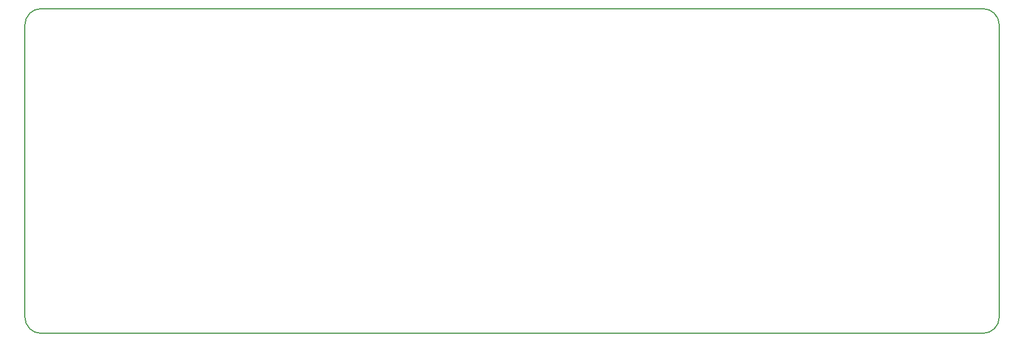
<source format=gm1>
G04 #@! TF.GenerationSoftware,KiCad,Pcbnew,(5.0.2)-1*
G04 #@! TF.CreationDate,2019-08-28T19:48:54+02:00*
G04 #@! TF.ProjectId,EleLab_v2_Bus150,456c654c-6162-45f7-9632-5f4275733135,rev?*
G04 #@! TF.SameCoordinates,Original*
G04 #@! TF.FileFunction,Profile,NP*
%FSLAX46Y46*%
G04 Gerber Fmt 4.6, Leading zero omitted, Abs format (unit mm)*
G04 Created by KiCad (PCBNEW (5.0.2)-1) date 28/08/2019 19:48:54*
%MOMM*%
%LPD*%
G01*
G04 APERTURE LIST*
%ADD10C,0.150000*%
G04 APERTURE END LIST*
D10*
X100000000Y-127500000D02*
X100000000Y-82500000D01*
X247500000Y-130000000D02*
X102500000Y-130000000D01*
X250000000Y-82500000D02*
X250000000Y-127500000D01*
X102500000Y-80000000D02*
X247500000Y-80000000D01*
X100000000Y-82500000D02*
G75*
G02X102500000Y-80000000I2500000J0D01*
G01*
X102500000Y-130000000D02*
G75*
G02X100000000Y-127500000I0J2500000D01*
G01*
X250000000Y-127500000D02*
G75*
G02X247500000Y-130000000I-2500000J0D01*
G01*
X247500000Y-80000000D02*
G75*
G02X250000000Y-82500000I0J-2500000D01*
G01*
M02*

</source>
